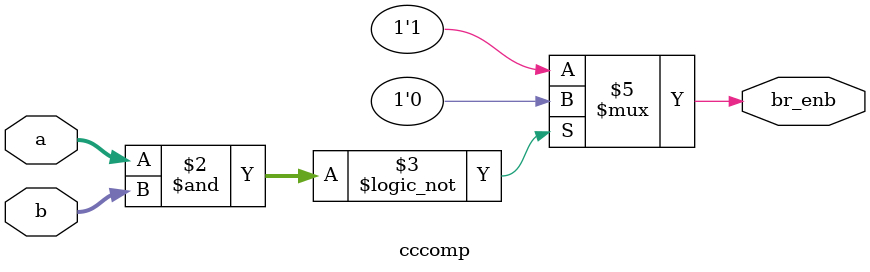
<source format=sv>
module cccomp #(parameter width = 3)
(
	input [width-1:0] a, b,
	output logic br_enb
);

always_comb
begin
	if ((a & b) == 0)
	br_enb = 0;
	else
	br_enb = 1;
end
endmodule : cccomp
</source>
